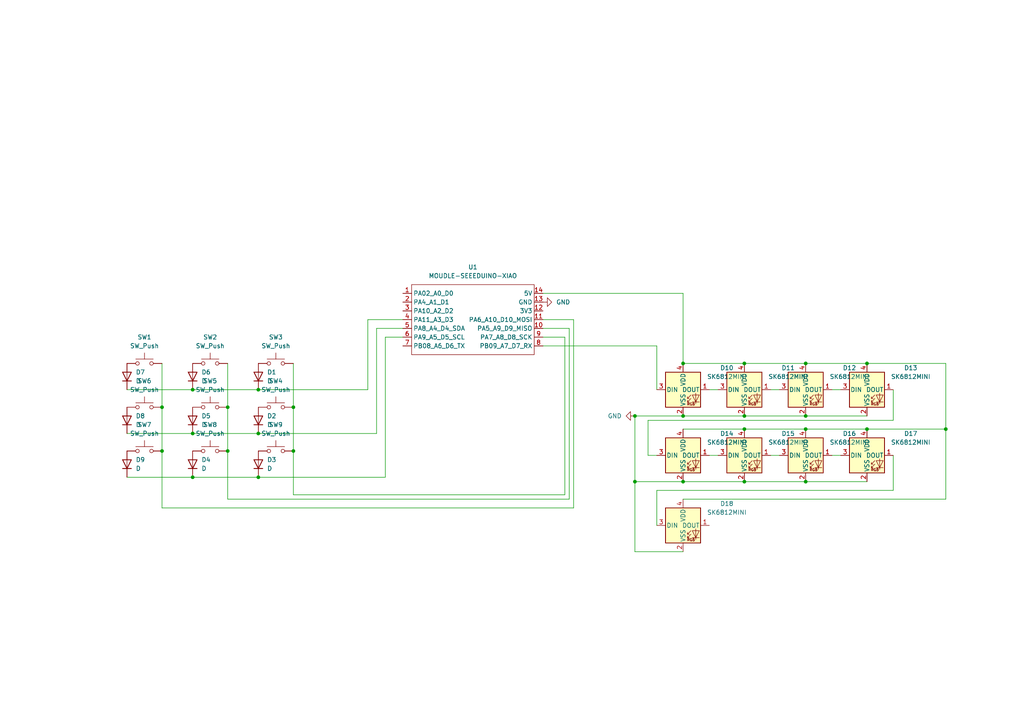
<source format=kicad_sch>
(kicad_sch (version 20231120) (generator "eeschema") (generator_version "8.0")
  (paper "A4")
  (lib_symbols
    (symbol "Device:D" (pin_numbers hide) (pin_names (offset 1.016) hide)
      (property "Reference" "D" (at 0 2.54 0))
      (property "Value" "D" (at 0 -2.54 0))
      (symbol "D_0_1"
        (polyline (pts (xy -1.27 1.27) (xy -1.27 -1.27)) (stroke (width 0.254)))
        (polyline (pts (xy 1.27 0) (xy -1.27 0)))
        (polyline (pts (xy 1.27 1.27) (xy 1.27 -1.27) (xy -1.27 0) (xy 1.27 1.27)) (stroke (width 0.254)))
      )
      (symbol "D_1_1"
        (pin passive line (at -3.81 0 0) (length 2.54) (name "K") (number "1"))
        (pin passive line (at 3.81 0 180) (length 2.54) (name "A") (number "2"))
      )
    )
    (symbol "LED:SK6812MINI" (pin_names (offset 0.254))
      (property "Reference" "D" (at 5.08 5.715 0))
      (property "Value" "SK6812MINI" (at 1.27 -5.715 0))
      (symbol "SK6812MINI_0_0"
        (text "RGB" (at 2.286 -4.191 0) (effects (font (size 0.762 0.762))))
      )
      (symbol "SK6812MINI_0_1"
        (polyline (pts (xy 1.27 -3.556) (xy 1.778 -3.556)))
        (polyline (pts (xy 1.27 -2.54) (xy 1.778 -2.54)))
        (polyline (pts (xy 4.699 -3.556) (xy 2.667 -3.556)))
        (polyline (pts (xy 2.286 -2.54) (xy 1.27 -3.556) (xy 1.27 -3.048)))
        (polyline (pts (xy 2.286 -1.524) (xy 1.27 -2.54) (xy 1.27 -2.032)))
        (polyline (pts (xy 3.683 -1.016) (xy 3.683 -3.556) (xy 3.683 -4.064)))
        (polyline (pts (xy 4.699 -1.524) (xy 2.667 -1.524) (xy 3.683 -3.556) (xy 4.699 -1.524)))
        (rectangle (start 5.08 5.08) (end -5.08 -5.08) (stroke (width 0.254)) (fill (type background)))
      )
      (symbol "SK6812MINI_1_1"
        (pin output line (at 7.62 0 180) (length 2.54) (name "DOUT") (number "1"))
        (pin power_in line (at 0 -7.62 90) (length 2.54) (name "VSS") (number "2"))
        (pin input line (at -7.62 0 0) (length 2.54) (name "DIN") (number "3"))
        (pin power_in line (at 0 7.62 270) (length 2.54) (name "VDD") (number "4"))
      )
    )
    (symbol "MOUDLE-SEEEDUINO-XIAO:MOUDLE-SEEEDUINO-XIAO"
      (property "Reference" "U" (at -16.51 11.43 0))
      (property "Value" "MOUDLE-SEEEDUINO-XIAO" (at -3.81 -11.43 0))
      (symbol "MOUDLE-SEEEDUINO-XIAO_0_1"
        (rectangle (start -16.51 10.16) (end 19.05 -10.16))
      )
      (symbol "MOUDLE-SEEEDUINO-XIAO_1_1"
        (pin passive line (at -19.05 7.62 0) (length 2.54) (name "PA02_A0_D0") (number "1"))
        (pin passive line (at 21.59 -2.54 180) (length 2.54) (name "PA5_A9_D9_MISO") (number "10"))
        (pin passive line (at 21.59 0 180) (length 2.54) (name "PA6_A10_D10_MOSI") (number "11"))
        (pin passive line (at 21.59 2.54 180) (length 2.54) (name "3V3") (number "12"))
        (pin passive line (at 21.59 5.08 180) (length 2.54) (name "GND") (number "13"))
        (pin passive line (at 21.59 7.62 180) (length 2.54) (name "5V") (number "14"))
        (pin passive line (at -19.05 5.08 0) (length 2.54) (name "PA4_A1_D1") (number "2"))
        (pin passive line (at -19.05 2.54 0) (length 2.54) (name "PA10_A2_D2") (number "3"))
        (pin passive line (at -19.05 0 0) (length 2.54) (name "PA11_A3_D3") (number "4"))
        (pin passive line (at -19.05 -2.54 0) (length 2.54) (name "PA8_A4_D4_SDA") (number "5"))
        (pin passive line (at -19.05 -5.08 0) (length 2.54) (name "PA9_A5_D5_SCL") (number "6"))
        (pin passive line (at -19.05 -7.62 0) (length 2.54) (name "PB08_A6_D6_TX") (number "7"))
        (pin passive line (at 21.59 -7.62 180) (length 2.54) (name "PB09_A7_D7_RX") (number "8"))
        (pin passive line (at 21.59 -5.08 180) (length 2.54) (name "PA7_A8_D8_SCK") (number "9"))
      )
    )
    (symbol "Switch:SW_Push" (pin_numbers hide) (pin_names (offset 1.016) hide)
      (property "Reference" "SW" (at 1.27 2.54 0))
      (property "Value" "SW_Push" (at 0 -1.524 0))
      (symbol "SW_Push_0_1"
        (circle (center -2.032 0) (radius 0.508))
        (polyline (pts (xy 0 1.27) (xy 0 3.048)))
        (polyline (pts (xy 2.54 1.27) (xy -2.54 1.27)))
        (circle (center 2.032 0) (radius 0.508))
        (pin passive line (at -5.08 0 0) (length 2.54) (name "1") (number "1"))
        (pin passive line (at 5.08 0 180) (length 2.54) (name "2") (number "2"))
      )
    )
    (symbol "power:GND" (power) (pin_numbers hide) (pin_names (offset 0) hide)
      (property "Value" "GND" (at 0 -3.81 0))
      (symbol "GND_0_1"
        (polyline (pts (xy 0 0) (xy 0 -1.27) (xy 1.27 -1.27) (xy 0 -2.54) (xy -1.27 -1.27) (xy 0 -1.27)))
      )
      (symbol "GND_1_1"
        (pin power_in line (at 0 0 270) (length 0) (name "~") (number "1"))
      )
    )
  )
  (junction (at 215.9 105.41))
  (junction (at 74.93 113.03))
  (junction (at 46.99 118.11))
  (junction (at 198.12 139.7))
  (junction (at 85.09 118.11))
  (junction (at 46.99 130.81))
  (junction (at 233.68 105.41))
  (junction (at 215.9 124.46))
  (junction (at 85.09 130.81))
  (junction (at 66.04 130.81))
  (junction (at 66.04 118.11))
  (junction (at 55.88 138.43))
  (junction (at 251.46 124.46))
  (junction (at 233.68 124.46))
  (junction (at 74.93 138.43))
  (junction (at 215.9 139.7))
  (junction (at 184.15 120.65))
  (junction (at 198.12 105.41))
  (junction (at 55.88 125.73))
  (junction (at 198.12 120.65))
  (junction (at 233.68 120.65))
  (junction (at 274.32 124.46))
  (junction (at 55.88 113.03))
  (junction (at 215.9 120.65))
  (junction (at 233.68 139.7))
  (junction (at 74.93 125.73))
  (junction (at 184.15 139.7))
  (junction (at 251.46 105.41))
  (wire (pts (xy 251.46 124.46) (xy 233.68 124.46)))
  (wire (pts (xy 184.15 160.02) (xy 184.15 139.7)))
  (wire (pts (xy 66.04 144.78) (xy 165.1 144.78)))
  (wire (pts (xy 111.76 97.79) (xy 116.84 97.79)))
  (wire (pts (xy 157.48 85.09) (xy 198.12 85.09)))
  (wire (pts (xy 259.08 121.92) (xy 187.96 121.92)))
  (wire (pts (xy 166.37 92.71) (xy 157.48 92.71)))
  (wire (pts (xy 85.09 130.81) (xy 85.09 118.11)))
  (wire (pts (xy 190.5 142.24) (xy 190.5 152.4)))
  (wire (pts (xy 55.88 138.43) (xy 74.93 138.43)))
  (wire (pts (xy 109.22 125.73) (xy 109.22 95.25)))
  (wire (pts (xy 109.22 95.25) (xy 116.84 95.25)))
  (wire (pts (xy 251.46 105.41) (xy 274.32 105.41)))
  (wire (pts (xy 157.48 100.33) (xy 190.5 100.33)))
  (wire (pts (xy 66.04 118.11) (xy 66.04 130.81)))
  (wire (pts (xy 55.88 125.73) (xy 74.93 125.73)))
  (wire (pts (xy 85.09 118.11) (xy 85.09 105.41)))
  (wire (pts (xy 106.68 92.71) (xy 116.84 92.71)))
  (wire (pts (xy 205.74 132.08) (xy 208.28 132.08)))
  (wire (pts (xy 274.32 105.41) (xy 274.32 124.46)))
  (wire (pts (xy 223.52 113.03) (xy 226.06 113.03)))
  (wire (pts (xy 187.96 121.92) (xy 187.96 132.08)))
  (wire (pts (xy 215.9 120.65) (xy 233.68 120.65)))
  (wire (pts (xy 215.9 139.7) (xy 198.12 139.7)))
  (wire (pts (xy 85.09 143.51) (xy 85.09 130.81)))
  (wire (pts (xy 187.96 132.08) (xy 190.5 132.08)))
  (wire (pts (xy 259.08 132.08) (xy 259.08 142.24)))
  (wire (pts (xy 74.93 125.73) (xy 109.22 125.73)))
  (wire (pts (xy 251.46 139.7) (xy 233.68 139.7)))
  (wire (pts (xy 46.99 118.11) (xy 46.99 130.81)))
  (wire (pts (xy 163.83 143.51) (xy 85.09 143.51)))
  (wire (pts (xy 274.32 124.46) (xy 274.32 144.78)))
  (wire (pts (xy 274.32 124.46) (xy 251.46 124.46)))
  (wire (pts (xy 36.83 138.43) (xy 55.88 138.43)))
  (wire (pts (xy 165.1 144.78) (xy 165.1 95.25)))
  (wire (pts (xy 233.68 139.7) (xy 215.9 139.7)))
  (wire (pts (xy 55.88 113.03) (xy 74.93 113.03)))
  (wire (pts (xy 223.52 132.08) (xy 226.06 132.08)))
  (wire (pts (xy 274.32 144.78) (xy 198.12 144.78)))
  (wire (pts (xy 198.12 139.7) (xy 184.15 139.7)))
  (wire (pts (xy 198.12 85.09) (xy 198.12 105.41)))
  (wire (pts (xy 198.12 160.02) (xy 184.15 160.02)))
  (wire (pts (xy 46.99 147.32) (xy 166.37 147.32)))
  (wire (pts (xy 259.08 142.24) (xy 190.5 142.24)))
  (wire (pts (xy 165.1 95.25) (xy 157.48 95.25)))
  (wire (pts (xy 46.99 130.81) (xy 46.99 147.32)))
  (wire (pts (xy 233.68 105.41) (xy 251.46 105.41)))
  (wire (pts (xy 74.93 113.03) (xy 106.68 113.03)))
  (wire (pts (xy 205.74 113.03) (xy 208.28 113.03)))
  (wire (pts (xy 198.12 120.65) (xy 215.9 120.65)))
  (wire (pts (xy 184.15 120.65) (xy 198.12 120.65)))
  (wire (pts (xy 259.08 113.03) (xy 259.08 121.92)))
  (wire (pts (xy 157.48 97.79) (xy 163.83 97.79)))
  (wire (pts (xy 106.68 113.03) (xy 106.68 92.71)))
  (wire (pts (xy 215.9 105.41) (xy 233.68 105.41)))
  (wire (pts (xy 184.15 139.7) (xy 184.15 120.65)))
  (wire (pts (xy 190.5 100.33) (xy 190.5 113.03)))
  (wire (pts (xy 198.12 105.41) (xy 215.9 105.41)))
  (wire (pts (xy 111.76 138.43) (xy 111.76 97.79)))
  (wire (pts (xy 163.83 97.79) (xy 163.83 143.51)))
  (wire (pts (xy 66.04 130.81) (xy 66.04 144.78)))
  (wire (pts (xy 166.37 147.32) (xy 166.37 92.71)))
  (wire (pts (xy 46.99 105.41) (xy 46.99 118.11)))
  (wire (pts (xy 36.83 125.73) (xy 55.88 125.73)))
  (wire (pts (xy 233.68 120.65) (xy 251.46 120.65)))
  (wire (pts (xy 241.3 132.08) (xy 243.84 132.08)))
  (wire (pts (xy 74.93 138.43) (xy 111.76 138.43)))
  (wire (pts (xy 241.3 113.03) (xy 243.84 113.03)))
  (wire (pts (xy 233.68 124.46) (xy 215.9 124.46)))
  (wire (pts (xy 36.83 113.03) (xy 55.88 113.03)))
  (wire (pts (xy 66.04 105.41) (xy 66.04 118.11)))
  (wire (pts (xy 215.9 124.46) (xy 198.12 124.46)))
  (symbol (lib_id "LED:SK6812MINI") (at 251.46 113.03 0) (unit 1)
    (property "Reference" "D13" (at 264.16 106.7114 0))
    (property "Value" "SK6812MINI" (at 264.16 109.2514 0))
    (property "Footprint" "FOOTPRINT:SK6812MINI-E" (effects (hide yes)))
    (property "Datasheet" "https://cdn-shop.adafruit.com/product-files/2686/SK6812MINI_REV.01-1-2.pdf" (effects (hide yes)))
    (property "Description" "RGB LED with integrated controller" (effects (hide yes)))
  )
  (symbol (lib_id "LED:SK6812MINI") (at 215.9 132.08 0) (unit 1)
    (property "Reference" "D15" (at 228.6 125.7614 0))
    (property "Value" "SK6812MINI" (at 228.6 128.3014 0))
    (property "Footprint" "FOOTPRINT:SK6812MINI-E" (effects (hide yes)))
    (property "Datasheet" "https://cdn-shop.adafruit.com/product-files/2686/SK6812MINI_REV.01-1-2.pdf" (effects (hide yes)))
    (property "Description" "RGB LED with integrated controller" (effects (hide yes)))
  )
  (symbol (lib_id "Switch:SW_Push") (at 41.91 105.41 0) (unit 1)
    (property "Reference" "SW1" (at 41.91 97.79 0))
    (property "Value" "SW_Push" (at 41.91 100.33 0))
    (property "Footprint" "FOOTPRINT:Kailh PG1353 Solderable 1U" (effects (hide yes)))
    (property "Description" "Push button switch, generic, two pins" (effects (hide yes)))
  )
  (symbol (lib_id "Device:D") (at 55.88 121.92 90) (unit 1)
    (property "Reference" "D5" (at 58.42 120.6499 90) (effects (justify right)))
    (property "Value" "D" (at 58.42 123.1899 90) (effects (justify right)))
    (property "Footprint" "Diode_THT:D_DO-35_SOD27_P7.62mm_Horizontal" (effects (hide yes)))
    (property "Description" "Diode" (effects (hide yes)))
    (property "Sim.Device" "D" (effects (hide yes)))
    (property "Sim.Pins" "1=K 2=A" (effects (hide yes)))
  )
  (symbol (lib_id "Device:D") (at 55.88 109.22 90) (unit 1)
    (property "Reference" "D6" (at 58.42 107.9499 90) (effects (justify right)))
    (property "Value" "D" (at 58.42 110.4899 90) (effects (justify right)))
    (property "Footprint" "Diode_THT:D_DO-35_SOD27_P7.62mm_Horizontal" (effects (hide yes)))
    (property "Description" "Diode" (effects (hide yes)))
    (property "Sim.Device" "D" (effects (hide yes)))
    (property "Sim.Pins" "1=K 2=A" (effects (hide yes)))
  )
  (symbol (lib_id "LED:SK6812MINI") (at 233.68 113.03 0) (unit 1)
    (property "Reference" "D12" (at 246.38 106.7114 0))
    (property "Value" "SK6812MINI" (at 246.38 109.2514 0))
    (property "Footprint" "FOOTPRINT:SK6812MINI-E" (effects (hide yes)))
    (property "Datasheet" "https://cdn-shop.adafruit.com/product-files/2686/SK6812MINI_REV.01-1-2.pdf" (effects (hide yes)))
    (property "Description" "RGB LED with integrated controller" (effects (hide yes)))
  )
  (symbol (lib_id "MOUDLE-SEEEDUINO-XIAO:MOUDLE-SEEEDUINO-XIAO") (at 135.89 92.71 0) (unit 1)
    (property "Reference" "U1" (at 137.16 77.47 0))
    (property "Value" "MOUDLE-SEEEDUINO-XIAO" (at 137.16 80.01 0))
    (property "Footprint" "XIAO_PCB:MOUDLE14P-SMD-2.54-21X17.8MM" (effects (hide yes)))
  )
  (symbol (lib_id "Switch:SW_Push") (at 60.96 118.11 0) (unit 1)
    (property "Reference" "SW5" (at 60.96 110.49 0))
    (property "Value" "SW_Push" (at 60.96 113.03 0))
    (property "Footprint" "FOOTPRINT:Kailh PG1353 Solderable 1U" (effects (hide yes)))
    (property "Description" "Push button switch, generic, two pins" (effects (hide yes)))
  )
  (symbol (lib_id "power:GND") (at 184.15 120.65 270) (unit 1)
    (property "Reference" "#PWR01" (effects (hide yes)))
    (property "Value" "GND" (at 180.34 120.6499 90) (effects (justify right)))
    (property "Description" "Power symbol creates a global label with name \"GND\" , ground" (effects (hide yes)))
  )
  (symbol (lib_id "Device:D") (at 74.93 121.92 90) (unit 1)
    (property "Reference" "D2" (at 77.47 120.6499 90) (effects (justify right)))
    (property "Value" "D" (at 77.47 123.1899 90) (effects (justify right)))
    (property "Footprint" "Diode_THT:D_DO-35_SOD27_P7.62mm_Horizontal" (effects (hide yes)))
    (property "Description" "Diode" (effects (hide yes)))
    (property "Sim.Device" "D" (effects (hide yes)))
    (property "Sim.Pins" "1=K 2=A" (effects (hide yes)))
  )
  (symbol (lib_id "Device:D") (at 55.88 134.62 90) (unit 1)
    (property "Reference" "D4" (at 58.42 133.3499 90) (effects (justify right)))
    (property "Value" "D" (at 58.42 135.8899 90) (effects (justify right)))
    (property "Footprint" "Diode_THT:D_DO-35_SOD27_P7.62mm_Horizontal" (effects (hide yes)))
    (property "Description" "Diode" (effects (hide yes)))
    (property "Sim.Device" "D" (effects (hide yes)))
    (property "Sim.Pins" "1=K 2=A" (effects (hide yes)))
  )
  (symbol (lib_id "LED:SK6812MINI") (at 198.12 132.08 0) (unit 1)
    (property "Reference" "D14" (at 210.82 125.7614 0))
    (property "Value" "SK6812MINI" (at 210.82 128.3014 0))
    (property "Footprint" "FOOTPRINT:SK6812MINI-E" (effects (hide yes)))
    (property "Datasheet" "https://cdn-shop.adafruit.com/product-files/2686/SK6812MINI_REV.01-1-2.pdf" (effects (hide yes)))
    (property "Description" "RGB LED with integrated controller" (effects (hide yes)))
  )
  (symbol (lib_id "Switch:SW_Push") (at 80.01 105.41 0) (unit 1)
    (property "Reference" "SW3" (at 80.01 97.79 0))
    (property "Value" "SW_Push" (at 80.01 100.33 0))
    (property "Footprint" "FOOTPRINT:Kailh PG1353 Solderable 1U" (effects (hide yes)))
    (property "Description" "Push button switch, generic, two pins" (effects (hide yes)))
  )
  (symbol (lib_id "Device:D") (at 74.93 109.22 90) (unit 1)
    (property "Reference" "D1" (at 77.47 107.9499 90) (effects (justify right)))
    (property "Value" "D" (at 77.47 110.4899 90) (effects (justify right)))
    (property "Footprint" "Diode_THT:D_DO-35_SOD27_P7.62mm_Horizontal" (effects (hide yes)))
    (property "Description" "Diode" (effects (hide yes)))
    (property "Sim.Device" "D" (effects (hide yes)))
    (property "Sim.Pins" "1=K 2=A" (effects (hide yes)))
  )
  (symbol (lib_id "Switch:SW_Push") (at 41.91 130.81 0) (unit 1)
    (property "Reference" "SW7" (at 41.91 123.19 0))
    (property "Value" "SW_Push" (at 41.91 125.73 0))
    (property "Footprint" "FOOTPRINT:Kailh PG1353 Solderable 1U" (effects (hide yes)))
    (property "Description" "Push button switch, generic, two pins" (effects (hide yes)))
  )
  (symbol (lib_id "Switch:SW_Push") (at 80.01 130.81 0) (unit 1)
    (property "Reference" "SW9" (at 80.01 123.19 0))
    (property "Value" "SW_Push" (at 80.01 125.73 0))
    (property "Footprint" "FOOTPRINT:Kailh PG1353 Solderable 1U" (effects (hide yes)))
    (property "Description" "Push button switch, generic, two pins" (effects (hide yes)))
  )
  (symbol (lib_id "LED:SK6812MINI") (at 233.68 132.08 0) (unit 1)
    (property "Reference" "D16" (at 246.38 125.7614 0))
    (property "Value" "SK6812MINI" (at 246.38 128.3014 0))
    (property "Footprint" "FOOTPRINT:SK6812MINI-E" (effects (hide yes)))
    (property "Datasheet" "https://cdn-shop.adafruit.com/product-files/2686/SK6812MINI_REV.01-1-2.pdf" (effects (hide yes)))
    (property "Description" "RGB LED with integrated controller" (effects (hide yes)))
  )
  (symbol (lib_id "LED:SK6812MINI") (at 198.12 113.03 0) (unit 1)
    (property "Reference" "D10" (at 210.82 106.7114 0))
    (property "Value" "SK6812MINI" (at 210.82 109.2514 0))
    (property "Footprint" "FOOTPRINT:SK6812MINI-E" (effects (hide yes)))
    (property "Datasheet" "https://cdn-shop.adafruit.com/product-files/2686/SK6812MINI_REV.01-1-2.pdf" (effects (hide yes)))
    (property "Description" "RGB LED with integrated controller" (effects (hide yes)))
  )
  (symbol (lib_id "Switch:SW_Push") (at 60.96 105.41 0) (unit 1)
    (property "Reference" "SW2" (at 60.96 97.79 0))
    (property "Value" "SW_Push" (at 60.96 100.33 0))
    (property "Footprint" "FOOTPRINT:Kailh PG1353 Solderable 1U" (effects (hide yes)))
    (property "Description" "Push button switch, generic, two pins" (effects (hide yes)))
  )
  (symbol (lib_id "Device:D") (at 36.83 134.62 90) (unit 1)
    (property "Reference" "D9" (at 39.37 133.3499 90) (effects (justify right)))
    (property "Value" "D" (at 39.37 135.8899 90) (effects (justify right)))
    (property "Footprint" "Diode_THT:D_DO-35_SOD27_P7.62mm_Horizontal" (effects (hide yes)))
    (property "Description" "Diode" (effects (hide yes)))
    (property "Sim.Device" "D" (effects (hide yes)))
    (property "Sim.Pins" "1=K 2=A" (effects (hide yes)))
  )
  (symbol (lib_id "Switch:SW_Push") (at 60.96 130.81 0) (unit 1)
    (property "Reference" "SW8" (at 60.96 123.19 0))
    (property "Value" "SW_Push" (at 60.96 125.73 0))
    (property "Footprint" "FOOTPRINT:Kailh PG1353 Solderable 1U" (effects (hide yes)))
    (property "Description" "Push button switch, generic, two pins" (effects (hide yes)))
  )
  (symbol (lib_id "LED:SK6812MINI") (at 251.46 132.08 0) (unit 1)
    (property "Reference" "D17" (at 264.16 125.7614 0))
    (property "Value" "SK6812MINI" (at 264.16 128.3014 0))
    (property "Footprint" "FOOTPRINT:SK6812MINI-E" (effects (hide yes)))
    (property "Datasheet" "https://cdn-shop.adafruit.com/product-files/2686/SK6812MINI_REV.01-1-2.pdf" (effects (hide yes)))
    (property "Description" "RGB LED with integrated controller" (effects (hide yes)))
  )
  (symbol (lib_id "Switch:SW_Push") (at 80.01 118.11 0) (unit 1)
    (property "Reference" "SW4" (at 80.01 110.49 0))
    (property "Value" "SW_Push" (at 80.01 113.03 0))
    (property "Footprint" "FOOTPRINT:Kailh PG1353 Solderable 1U" (effects (hide yes)))
    (property "Description" "Push button switch, generic, two pins" (effects (hide yes)))
  )
  (symbol (lib_id "Device:D") (at 36.83 109.22 90) (unit 1)
    (property "Reference" "D7" (at 39.37 107.9499 90) (effects (justify right)))
    (property "Value" "D" (at 39.37 110.4899 90) (effects (justify right)))
    (property "Footprint" "Diode_THT:D_DO-35_SOD27_P7.62mm_Horizontal" (effects (hide yes)))
    (property "Description" "Diode" (effects (hide yes)))
    (property "Sim.Device" "D" (effects (hide yes)))
    (property "Sim.Pins" "1=K 2=A" (effects (hide yes)))
  )
  (symbol (lib_id "Switch:SW_Push") (at 41.91 118.11 0) (unit 1)
    (property "Reference" "SW6" (at 41.91 110.49 0))
    (property "Value" "SW_Push" (at 41.91 113.03 0))
    (property "Footprint" "FOOTPRINT:Kailh PG1353 Solderable 1U" (effects (hide yes)))
    (property "Description" "Push button switch, generic, two pins" (effects (hide yes)))
  )
  (symbol (lib_id "LED:SK6812MINI") (at 215.9 113.03 0) (unit 1)
    (property "Reference" "D11" (at 228.6 106.7114 0))
    (property "Value" "SK6812MINI" (at 228.6 109.2514 0))
    (property "Footprint" "FOOTPRINT:SK6812MINI-E" (effects (hide yes)))
    (property "Datasheet" "https://cdn-shop.adafruit.com/product-files/2686/SK6812MINI_REV.01-1-2.pdf" (effects (hide yes)))
    (property "Description" "RGB LED with integrated controller" (effects (hide yes)))
  )
  (symbol (lib_id "LED:SK6812MINI") (at 198.12 152.4 0) (unit 1)
    (property "Reference" "D18" (at 210.82 146.0814 0))
    (property "Value" "SK6812MINI" (at 210.82 148.6214 0))
    (property "Footprint" "FOOTPRINT:SK6812MINI-E" (effects (hide yes)))
    (property "Datasheet" "https://cdn-shop.adafruit.com/product-files/2686/SK6812MINI_REV.01-1-2.pdf" (effects (hide yes)))
    (property "Description" "RGB LED with integrated controller" (effects (hide yes)))
  )
  (symbol (lib_id "power:GND") (at 157.48 87.63 90) (unit 1)
    (property "Reference" "#PWR02" (effects (hide yes)))
    (property "Value" "GND" (at 161.29 87.6299 90) (effects (justify right)))
    (property "Description" "Power symbol creates a global label with name \"GND\" , ground" (effects (hide yes)))
  )
  (symbol (lib_id "Device:D") (at 36.83 121.92 90) (unit 1)
    (property "Reference" "D8" (at 39.37 120.6499 90) (effects (justify right)))
    (property "Value" "D" (at 39.37 123.1899 90) (effects (justify right)))
    (property "Footprint" "Diode_THT:D_DO-35_SOD27_P7.62mm_Horizontal" (effects (hide yes)))
    (property "Description" "Diode" (effects (hide yes)))
    (property "Sim.Device" "D" (effects (hide yes)))
    (property "Sim.Pins" "1=K 2=A" (effects (hide yes)))
  )
  (symbol (lib_id "Device:D") (at 74.93 134.62 90) (unit 1)
    (property "Reference" "D3" (at 77.47 133.3499 90) (effects (justify right)))
    (property "Value" "D" (at 77.47 135.8899 90) (effects (justify right)))
    (property "Footprint" "Diode_THT:D_DO-35_SOD27_P7.62mm_Horizontal" (effects (hide yes)))
    (property "Description" "Diode" (effects (hide yes)))
    (property "Sim.Device" "D" (effects (hide yes)))
    (property "Sim.Pins" "1=K 2=A" (effects (hide yes)))
  )
)
</source>
